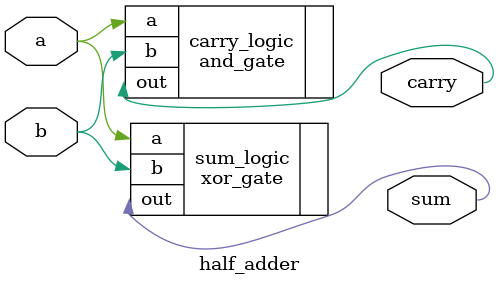
<source format=v>

`timescale 1ns / 1ps

module half_adder (
    input  wire a,      // First 1-bit input
    input  wire b,      // Second 1-bit input
    output wire sum,    // Sum output (LSB of a + b)
    output wire carry   // Carry output (MSB of a + b)
);

    // Sum computation: XOR operation (exclusive OR)
    // sum = a XOR b (1 if inputs are different, 0 if same)
    xor_gate sum_logic (
        .a  (a),            // First input bit
        .b  (b),            // Second input bit
        .out(sum)           // Sum = a ⊕ b
    );

    // Carry computation: AND operation
    // carry = a AND b (1 only when both inputs are 1)
    and_gate carry_logic (
        .a  (a),            // First input bit
        .b  (b),            // Second input bit
        .out(carry)         // Carry = a ∧ b
    );

    // Logic Summary:
    // For binary addition a + b:
    // - If both bits are 0: sum=0, carry=0 (0+0=0)
    // - If one bit is 1: sum=1, carry=0 (0+1=1 or 1+0=1)
    // - If both bits are 1: sum=0, carry=1 (1+1=10 in binary)
    // This implements the fundamental 2-bit binary addition

endmodule
</source>
